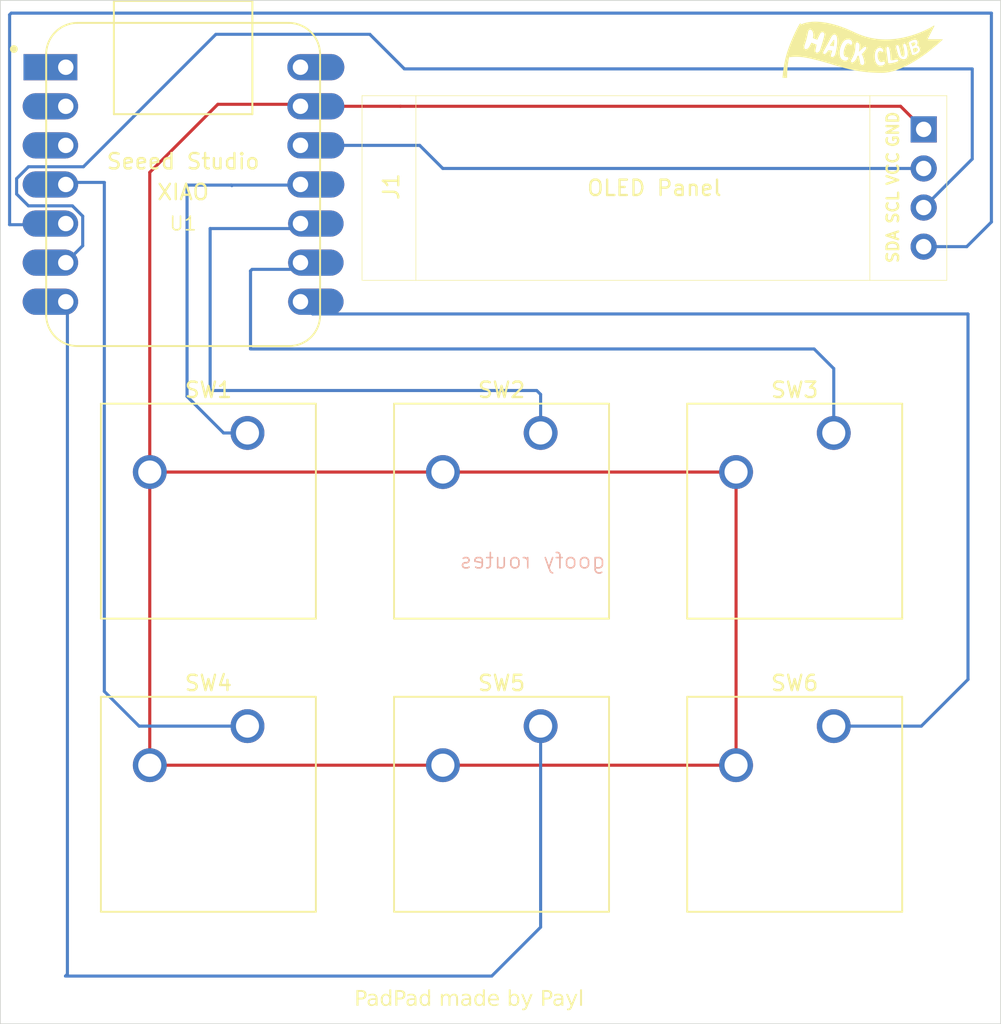
<source format=kicad_pcb>
(kicad_pcb (version 20240108) (generator "pcbnew") (generator_version "8.0")
  (layers (0 "F.Cu" signal) (31 "B.Cu" signal) (34 "B.Paste" user) (35 "F.Paste" user) (36 "B.SilkS" user "B.Silkscreen") (37 "F.SilkS" user "F.Silkscreen") (38 "B.Mask" user) (39 "F.Mask" user) (44 "Edge.Cuts" user))
  (net 0 "")
  (net 1 "Net-(J1-Pin_3)")
  (net 2 "GND")
  (net 3 "Net-(J1-Pin_4)")
  (net 4 "Net-(U1-PA6_A10_D10_MOSI)")
  (net 5 "Net-(U1-PA5_A9_D9_MISO)")
  (net 6 "Net-(U1-PA7_A8_D8_SCK)")
  (net 7 "Net-(U1-PA11_A3_D3)")
  (net 8 "Net-(U1-PB08_A6_D6_TX)")
  (net 9 "Net-(U1-PB09_A7_D7_RX)")
  (net 14 "Net-(J1-Pin_2)")
  (footprint "footprints:SSD1306-0.91-OLED-4pin-128x32" (layer "F.Cu") (at 42.92 24.69)
    (property "Reference" "J1")
    (property "Value" "OLED")
  )
  (footprint "Button_Switch_Keyboard:SW_Cherry_MX_1.00u_PCB" (layer "F.Cu") (at 35.4775 46.6075)
    (property "Reference" "SW1")
    (property "Value" "SW_Push")
  )
  (footprint "Button_Switch_Keyboard:SW_Cherry_MX_1.00u_PCB" (layer "F.Cu") (at 54.5275 46.6075)
    (property "Reference" "SW2")
    (property "Value" "SW_Push")
  )
  (footprint "Button_Switch_Keyboard:SW_Cherry_MX_1.00u_PCB" (layer "F.Cu") (at 35.4775 65.6575)
    (property "Reference" "SW4")
    (property "Value" "SW_Push")
  )
  (footprint "Button_Switch_Keyboard:SW_Cherry_MX_1.00u_PCB" (layer "F.Cu") (at 73.5775 46.6075)
    (property "Reference" "SW3")
    (property "Value" "SW_Push")
  )
  (footprint "footprints:XIAO-Generic-Hybrid-14P-2.54-21X17.8MM" (layer "F.Cu") (at 31.295 30.46)
    (property "Reference" "U1")
    (property "Value" "MOUDLE-SEEEDUINO-XIAO" (hide yes))
  )
  (footprint "Button_Switch_Keyboard:SW_Cherry_MX_1.00u_PCB" (layer "F.Cu") (at 73.5775 65.6575)
    (property "Reference" "SW6")
    (property "Value" "SW_Push")
  )
  (footprint "Button_Switch_Keyboard:SW_Cherry_MX_1.00u_PCB" (layer "F.Cu") (at 54.5275 65.6575)
    (property "Reference" "SW5")
    (property "Value" "SW_Push")
  )
  (gr_poly (pts (xy 71.42 20) (xy 71.423483 20.000222) (xy 71.427074 20.000603) (xy 71.430578 20.00118) (xy 71.433806 20.001981) (xy 71.436766 20.002996) (xy 71.439465 20.004215) (xy 71.441913 20.005626) (xy 71.444116 20.007221) (xy 71.446083 20.008989) (xy 71.447822 20.010919) (xy 71.44934 20.013002) (xy 71.450646 20.015227) (xy 71.451747 20.017585) (xy 71.452652 20.020064) (xy 71.453368 20.022656) (xy 71.453904 20.025349) (xy 71.454267 20.028134) (xy 71.454465 20.031) (xy 71.454506 20.033937) (xy 71.454399 20.036935) (xy 71.45415 20.039984) (xy 71.453769 20.043074) (xy 71.453262 20.046194) (xy 71.452639 20.049335) (xy 71.451073 20.055636) (xy 71.449134 20.061896) (xy 71.446886 20.068034) (xy 71.444392 20.073969) (xy 71.441717 20.079619) (xy 71.37145 20.228012) (xy 71.299871 20.385984) (xy 71.211121 20.589959) (xy 71.110545 20.832551) (xy 71.057492 20.966019) (xy 71.003487 21.106373) (xy 70.949198 21.252688) (xy 70.895293 21.40404) (xy 70.84244 21.559508) (xy 70.791308 21.718167) (xy 70.744551 21.878575) (xy 70.704077 22.039005) (xy 70.669436 22.19811) (xy 70.640178 22.35454) (xy 70.615851 22.506947) (xy 70.596004 22.653984) (xy 70.567949 22.926552) (xy 70.552406 23.161459) (xy 70.545769 23.347919) (xy 70.544787 23.532354) (xy 70.251134 23.532354) (xy 70.252777 23.464309) (xy 70.262105 23.33309) (xy 70.281209 23.147608) (xy 70.312183 22.916774) (xy 70.332776 22.787136) (xy 70.357121 22.649502) (xy 70.38548 22.504986) (xy 70.418115 22.354702) (xy 70.455287 22.199764) (xy 70.497258 22.041286) (xy 70.54429 21.880382) (xy 70.596645 21.718167) (xy 70.712552 21.397575) (xy 70.835615 21.091332) (xy 70.959467 20.807725) (xy 71.077737 20.555044) (xy 71.184057 20.341576) (xy 71.272058 20.17561) (xy 71.335371 20.065434) (xy 71.367628 20.019337) (xy 71.368588 20.01833) (xy 71.369783 20.017185) (xy 71.371449 20.015716) (xy 71.373585 20.013998) (xy 71.376187 20.012109) (xy 71.377661 20.011124) (xy 71.37925 20.010124) (xy 71.380954 20.00912) (xy 71.382772 20.00812) (xy 71.384705 20.007136) (xy 71.38675 20.006175) (xy 71.388909 20.005247) (xy 71.391181 20.004363) (xy 71.393564 20.003532) (xy 71.39606 20.002763) (xy 71.398667 20.002065) (xy 71.401385 20.001449) (xy 71.404213 20.000925) (xy 71.407152 20.0005) (xy 71.4102 20.000186) (xy 71.413358 19.999992) (xy 71.416625 19.999927)) (stroke (width -0.000001)) (fill solid) (layer "F.SilkS"))
  (gr_poly (pts (xy 73.582274 21.059376) (xy 73.583042 21.059446) (xy 73.583797 21.059559) (xy 73.589053 21.0617) (xy 73.593614 21.066024) (xy 73.597517 21.072385) (xy 73.600795 21.080635) (xy 73.603483 21.090625) (xy 73.605615 21.102208) (xy 73.608351 21.129563) (xy 73.60928 21.161519) (xy 73.608678 21.196894) (xy 73.606821 21.234507) (xy 73.603986 21.273177) (xy 73.596487 21.348959) (xy 73.588392 21.41479) (xy 73.579263 21.478797) (xy 73.315248 21.433722) (xy 73.570116 21.06297) (xy 73.571075 21.062418) (xy 73.57202 21.061914) (xy 73.57295 21.061456) (xy 73.573866 21.061044) (xy 73.574768 21.060677) (xy 73.575657 21.060356) (xy 73.576531 21.06008) (xy 73.577392 21.059848) (xy 73.578239 21.059661) (xy 73.579073 21.059518) (xy 73.579893 21.059418) (xy 73.5807 21.059361) (xy 73.581494 21.059347)) (stroke (width -0.000001)) (fill solid) (layer "F.SilkS"))
  (gr_poly (pts (xy 78.92051 21.580504) (xy 78.929069 21.580979) (xy 78.937497 21.58195) (xy 78.94577 21.583445) (xy 78.949841 21.584399) (xy 78.953864 21.585495) (xy 78.957836 21.586736) (xy 78.961754 21.588127) (xy 78.965615 21.58967) (xy 78.969416 21.591371) (xy 78.973155 21.593231) (xy 78.976827 21.595256) (xy 78.98043 21.597448) (xy 78.983962 21.599811) (xy 78.987419 21.602349) (xy 78.990797 21.605065) (xy 78.994095 21.607963) (xy 78.997309 21.611047) (xy 79.000435 21.61432) (xy 79.003472 21.617786) (xy 79.006415 21.621449) (xy 79.009263 21.625311) (xy 79.012012 21.629378) (xy 79.014658 21.633652) (xy 79.017199 21.638137) (xy 79.019633 21.642837) (xy 79.021955 21.647755) (xy 79.024163 21.652895) (xy 79.029323 21.667883) (xy 79.032388 21.68229) (xy 79.033485 21.696128) (xy 79.032739 21.709405) (xy 79.030279 21.722133) (xy 79.026231 21.734321) (xy 79.020722 21.745979) (xy 79.013879 21.757118) (xy 79.005829 21.767746) (xy 78.996699 21.777876) (xy 78.986616 21.787515) (xy 78.975706 21.796676) (xy 78.964097 21.805367) (xy 78.951916 21.813598) (xy 78.926344 21.828724) (xy 78.900006 21.842133) (xy 78.873918 21.853907) (xy 78.82655 21.872868) (xy 78.792365 21.886251) (xy 78.782755 21.891053) (xy 78.780265 21.893016) (xy 78.779487 21.894702) (xy 78.721545 21.652895) (xy 78.738806 21.641891) (xy 78.758369 21.630566) (xy 78.783431 21.617518) (xy 78.797606 21.610854) (xy 78.812652 21.604367) (xy 78.828402 21.59826) (xy 78.844689 21.592734) (xy 78.861344 21.587992) (xy 78.8782 21.584237) (xy 78.895089 21.581671) (xy 78.911844 21.580496)) (stroke (width -0.000001)) (fill solid) (layer "F.SilkS"))
  (gr_poly (pts (xy 72.493825 19.882925) (xy 72.72032 19.89723) (xy 72.969365 19.927797) (xy 73.102485 19.949932) (xy 73.24141 19.977037) (xy 73.386197 20.009414) (xy 73.536903 20.047362) (xy 73.693584 20.091185) (xy 73.856295 20.141183) (xy 74.025093 20.197658) (xy 74.200035 20.26091) (xy 74.381176 20.331242) (xy 74.568572 20.408954) (xy 74.76228 20.494349) (xy 74.962356 20.587727) (xy 75.181797 20.68592) (xy 75.400995 20.770479) (xy 75.61959 20.842043) (xy 75.837227 20.901249) (xy 76.053545 20.948737) (xy 76.268188 20.985145) (xy 76.480797 21.011111) (xy 76.691014 21.027274) (xy 76.89848 21.034271) (xy 77.102838 21.032742) (xy 77.30373 21.023325) (xy 77.500798 21.006659) (xy 77.693682 20.983381) (xy 77.882026 20.95413) (xy 78.065472 20.919545) (xy 78.24366 20.880264) (xy 78.582833 20.790168) (xy 78.896681 20.688949) (xy 79.182339 20.581715) (xy 79.436943 20.473573) (xy 79.657626 20.36963) (xy 79.841525 20.274995) (xy 80.087509 20.134073) (xy 80.088854 20.133347) (xy 80.090248 20.132796) (xy 80.091682 20.132413) (xy 80.093149 20.132191) (xy 80.094643 20.132122) (xy 80.096154 20.1322) (xy 80.097677 20.132417) (xy 80.099203 20.132767) (xy 80.100726 20.133243) (xy 80.102237 20.133836) (xy 80.103729 20.13454) (xy 80.105195 20.135349) (xy 80.106628 20.136255) (xy 80.108019 20.13725) (xy 80.109362 20.138328) (xy 80.11065 20.139482) (xy 80.111873 20.140704) (xy 80.113027 20.141988) (xy 80.114102 20.143326) (xy 80.115091 20.144711) (xy 80.115987 20.146137) (xy 80.116783 20.147596) (xy 80.117471 20.149081) (xy 80.118044 20.150584) (xy 80.118494 20.1521) (xy 80.118814 20.15362) (xy 80.118996 20.155138) (xy 80.119034 20.156646) (xy 80.118918 20.158138) (xy 80.118643 20.159606) (xy 80.118201 20.161044) (xy 80.117584 20.162443) (xy 79.691293 20.992237) (xy 79.690708 20.99347) (xy 79.690216 20.994714) (xy 79.689812 20.995966) (xy 79.689497 20.997222) (xy 79.689267 20.99848) (xy 79.689121 20.999736) (xy 79.689057 21.000988) (xy 79.689072 21.00223) (xy 79.689166 21.003462) (xy 79.689336 21.004678) (xy 79.689581 21.005877) (xy 79.689897 21.007054) (xy 79.690284 21.008206) (xy 79.690739 21.00933) (xy 79.691261 21.010424) (xy 79.691848 21.011482) (xy 79.692497 21.012503) (xy 79.693208 21.013483) (xy 79.693977 21.014419) (xy 79.694803 21.015308) (xy 79.695684 21.016145) (xy 79.696618 21.016929) (xy 79.697603 21.017655) (xy 79.698638 21.018321) (xy 79.69972 21.018922) (xy 79.700848 21.019457) (xy 79.702019 21.019921) (xy 79.703232 21.020312) (xy 79.704485 21.020626) (xy 79.705775 21.020859) (xy 79.707101 21.021009) (xy 79.708462 21.021073) (xy 80.052868 21.023922) (xy 80.326393 21.02391) (xy 80.638792 21.021305) (xy 80.640453 21.021343) (xy 80.642065 21.021496) (xy 80.643626 21.02176) (xy 80.645133 21.022129) (xy 80.646584 21.022598) (xy 80.647975 21.023162) (xy 80.649303 21.023815) (xy 80.650566 21.024553) (xy 80.651762 21.025369) (xy 80.652886 21.026259) (xy 80.653936 21.027218) (xy 80.65491 21.02824) (xy 80.655804 21.029319) (xy 80.656616 21.030452) (xy 80.657342 21.031631) (xy 80.657981 21.032853) (xy 80.658529 21.034111) (xy 80.658983 21.035401) (xy 80.65934 21.036718) (xy 80.659598 21.038055) (xy 80.659754 21.039408) (xy 80.659805 21.040772) (xy 80.659748 21.04214) (xy 80.65958 21.043509) (xy 80.659299 21.044872) (xy 80.658901 21.046225) (xy 80.658383 21.047562) (xy 80.657744 21.048877) (xy 80.656979 21.050166) (xy 80.656087 21.051424) (xy 80.655064 21.052644) (xy 80.653908 21.053823) (xy 80.466615 21.225191) (xy 80.140017 21.506288) (xy 79.69992 21.856251) (xy 79.445374 22.044288) (xy 79.172131 22.234217) (xy 78.883416 22.420931) (xy 78.582454 22.599323) (xy 78.272472 22.764283) (xy 77.956696 22.910705) (xy 77.63835 23.03348) (xy 77.479222 23.084404) (xy 77.320661 23.1275) (xy 77.163071 23.162132) (xy 77.006855 23.187659) (xy 76.852416 23.203443) (xy 76.700157 23.208846) (xy 76.383421 23.204213) (xy 76.08394 23.190806) (xy 75.8003 23.169364) (xy 75.531082 23.140628) (xy 75.274873 23.105337) (xy 75.030254 23.064229) (xy 74.79581 23.018046) (xy 74.570124 22.967526) (xy 74.351781 22.913408) (xy 74.139364 22.856433) (xy 73.726644 22.736868) (xy 73.320633 22.614746) (xy 72.910001 22.495983) (xy 72.756398 22.454539) (xy 74.695975 22.454539) (xy 74.696936 22.466522) (xy 74.699162 22.477679) (xy 74.702608 22.487948) (xy 74.707227 22.497271) (xy 74.712972 22.505587) (xy 74.719799 22.512838) (xy 74.727659 22.518962) (xy 74.736507 22.523901) (xy 74.746298 22.527594) (xy 74.756983 22.529982) (xy 74.768517 22.531005) (xy 74.780855 22.530602) (xy 74.793948 22.528715) (xy 74.807752 22.525283) (xy 74.822219 22.520247) (xy 74.837304 22.513546) (xy 74.85296 22.505121) (xy 74.869141 22.494913) (xy 74.8858 22.48286) (xy 74.902892 22.468904) (xy 74.92037 22.452985) (xy 74.938187 22.435043) (xy 74.956298 22.415017) (xy 74.974656 22.392849) (xy 74.993214 22.368479) (xy 75.011927 22.341845) (xy 75.021068 22.327958) (xy 75.030239 22.312003) (xy 75.039354 22.29439) (xy 75.048329 22.275528) (xy 75.057077 22.255824) (xy 75.065513 22.235689) (xy 75.081107 22.195759) (xy 75.094426 22.159008) (xy 75.104787 22.128708) (xy 75.113897 22.100542) (xy 75.201024 22.090737) (xy 75.241272 22.27617) (xy 75.272639 22.433926) (xy 75.285608 22.507471) (xy 75.294662 22.569235) (xy 75.297068 22.582034) (xy 75.300715 22.594431) (xy 75.305519 22.606371) (xy 75.311393 22.617801) (xy 75.318251 22.628669) (xy 75.326009 22.63892) (xy 75.33458 22.648502) (xy 75.343878 22.657361) (xy 75.353817 22.665444) (xy 75.364313 22.672698) (xy 75.375278 22.67907) (xy 75.386628 22.684506) (xy 75.398277 22.688953) (xy 75.410138 22.692357) (xy 75.422127 22.694667) (xy 75.434156 22.695827) (xy 75.446142 22.695785) (xy 75.457997 22.694488) (xy 75.469636 22.691883) (xy 75.480974 22.687916) (xy 75.491924 22.682534) (xy 75.502401 22.675683) (xy 75.512319 22.667311) (xy 75.521593 22.657364) (xy 75.530136 22.645789) (xy 75.537862 22.632532) (xy 75.544687 22.617541) (xy 75.550524 22.600762) (xy 75.555288 22.582142) (xy 75.558893 22.561628) (xy 75.561252 22.539166) (xy 75.562281 22.514703) (xy 75.557879 22.478226) (xy 75.551197 22.43866) (xy 75.542178 22.395991) (xy 75.530763 22.350203) (xy 75.516896 22.301283) (xy 75.500518 22.249215) (xy 75.481572 22.193985) (xy 75.46 22.135579) (xy 75.454117 22.11963) (xy 76.243791 22.11963) (xy 76.244255 22.167088) (xy 76.245885 22.20279) (xy 76.24837 22.23751) (xy 76.251705 22.271232) (xy 76.255884 22.303935) (xy 76.260899 22.335602) (xy 76.266745 22.366214) (xy 76.273416 22.395751) (xy 76.280905 22.424196) (xy 76.289206 22.45153) (xy 76.298314 22.477735) (xy 76.308221 22.502791) (xy 76.318922 22.52668) (xy 76.330409 22.549383) (xy 76.342679 22.570882) (xy 76.355722 22.591158) (xy 76.369535 22.610192) (xy 76.38411 22.627967) (xy 76.399441 22.644462) (xy 76.415523 22.659661) (xy 76.432348 22.673543) (xy 76.449911 22.68609) (xy 76.468205 22.697285) (xy 76.487224 22.707107) (xy 76.506962 22.715539) (xy 76.527413 22.722561) (xy 76.54857 22.728156) (xy 76.570428 22.732304) (xy 76.59298 22.734988) (xy 76.616219 22.736187) (xy 76.64014 22.735884) (xy 76.664737 22.734061) (xy 76.690003 22.730697) (xy 76.714624 22.726119) (xy 76.737338 22.720707) (xy 76.758213 22.714526) (xy 76.777319 22.707638) (xy 76.794723 22.700105) (xy 76.810496 22.691992) (xy 76.824705 22.683359) (xy 76.837421 22.674271) (xy 76.848711 22.664791) (xy 76.858645 22.65498) (xy 76.867292 22.644903) (xy 76.87472 22.634622) (xy 76.880999 22.624199) (xy 76.886197 22.613698) (xy 76.890384 22.603182) (xy 76.893629 22.592713) (xy 76.896 22.582354) (xy 76.897566 22.572168) (xy 76.898396 22.562219) (xy 76.898559 22.552568) (xy 76.898125 22.543279) (xy 76.897161 22.534415) (xy 76.895737 22.526038) (xy 76.893923 22.518212) (xy 76.891786 22.510999) (xy 76.889395 22.504462) (xy 76.886821 22.498664) (xy 76.884131 22.493668) (xy 76.881395 22.489537) (xy 76.878681 22.486333) (xy 76.876058 22.48412) (xy 76.873596 22.48296) (xy 76.869971 22.481792) (xy 76.866519 22.480326) (xy 76.859426 22.476987) (xy 76.855427 22.475358) (xy 76.850888 22.473918) (xy 76.845629 22.472788) (xy 76.839473 22.472092) (xy 76.832241 22.47195) (xy 76.823755 22.472485) (xy 76.813834 22.473818) (xy 76.802301 22.476071) (xy 76.788977 22.479366) (xy 76.773684 22.483824) (xy 76.756242 22.489568) (xy 76.736473 22.496719) (xy 76.726054 22.500397) (xy 76.715794 22.503534) (xy 76.705692 22.506125) (xy 76.695744 22.508164) (xy 76.685949 22.509646) (xy 76.676303 22.510565) (xy 76.666804 22.510915) (xy 76.657449 22.510691) (xy 76.648236 22.509887) (xy 76.639162 22.508497) (xy 76.630225 22.506516) (xy 76.621423 22.503938) (xy 76.612751 22.500758) (xy 76.604209 22.496969) (xy 76.595793 22.492566) (xy 76.587501 22.487544) (xy 76.579331 22.481897) (xy 76.571279 22.475618) (xy 76.563343 22.468704) (xy 76.555521 22.461147) (xy 76.54781 22.452942) (xy 76.540208 22.444084) (xy 76.532711 22.434567) (xy 76.525318 22.424385) (xy 76.518026 22.413532) (xy 76.510832 22.402004) (xy 76.496729 22.376896) (xy 76.482988 22.349016) (xy 76.46959 22.318319) (xy 76.461118 22.295353) (xy 76.453276 22.270132) (xy 76.446192 22.242962) (xy 76.439997 22.214147) (xy 76.434818 22.183994) (xy 76.430786 22.152809) (xy 76.428029 22.120897) (xy 76.426676 22.088563) (xy 76.426858 22.056114) (xy 76.428701 22.023855) (xy 76.432337 21.992091) (xy 76.437894 21.96113) (xy 76.445501 21.931275) (xy 76.455288 21.902833) (xy 76.461038 21.889237) (xy 76.467382 21.876109) (xy 76.474336 21.863487) (xy 76.481915 21.85141) (xy 76.48427 21.847997) (xy 76.486615 21.844739) (xy 76.48895 21.841629) (xy 76.491271 21.838665) (xy 76.493577 21.83584) (xy 76.495867 21.833152) (xy 76.500389 21.828164) (xy 76.504823 21.823666) (xy 76.509153 21.819622) (xy 76.513365 21.815996) (xy 76.517445 21.812752) (xy 76.521377 21.809854) (xy 76.525146 21.807266) (xy 76.528739 21.804954) (xy 76.532141 21.80288) (xy 76.543539 21.796258) (xy 76.548259 21.793555) (xy 76.552979 21.791191) (xy 76.557689 21.789151) (xy 76.562383 21.78742) (xy 76.567052 21.785983) (xy 76.571688 21.784825) (xy 76.576283 21.78393) (xy 76.580829 21.783284) (xy 76.585318 21.782872) (xy 76.589741 21.782677) (xy 76.594092 21.782687) (xy 76.598361 21.782884) (xy 76.602541 21.783254) (xy 76.606623 21.783783) (xy 76.6106 21.784454) (xy 76.614464 21.785253) (xy 76.618206 21.786164) (xy 76.621818 21.787173) (xy 76.628621 21.789423) (xy 76.63481 21.791882) (xy 76.640318 21.794429) (xy 76.645083 21.796943) (xy 76.649039 21.799304) (xy 76.652123 21.801389) (xy 76.654269 21.803079) (xy 76.667157 21.812024) (xy 76.679388 21.81975) (xy 76.690967 21.826298) (xy 76.7019 21.83171) (xy 76.712196 21.836029) (xy 76.721859 21.839295) (xy 76.730897 21.84155) (xy 76.739315 21.842836) (xy 76.747121 21.843196) (xy 76.754321 21.842669) (xy 76.760921 21.841299) (xy 76.766928 21.839127) (xy 76.772348 21.836195) (xy 76.777188 21.832544) (xy 76.781454 21.828216) (xy 76.785153 21.823253) (xy 76.788292 21.817696) (xy 76.790875 21.811588) (xy 76.792912 21.80497) (xy 76.794406 21.797883) (xy 76.795366 21.79037) (xy 76.795798 21.782471) (xy 76.795707 21.77423) (xy 76.795101 21.765687) (xy 76.793987 21.756885) (xy 76.79237 21.747864) (xy 76.790256 21.738667) (xy 76.787654 21.729335) (xy 76.784568 21.719911) (xy 76.781006 21.710435) (xy 76.776974 21.70095) (xy 76.772478 21.691497) (xy 76.761866 21.677092) (xy 76.751014 21.663527) (xy 76.741303 21.652391) (xy 76.997813 21.652391) (xy 76.998598 21.68097) (xy 77.000371 21.711595) (xy 77.006444 21.778027) (xy 77.01515 21.849775) (xy 77.025605 21.924924) (xy 77.048233 22.077764) (xy 77.05864 22.151627) (xy 77.067266 22.221232) (xy 77.087712 22.414331) (xy 77.09172 22.448519) (xy 77.096154 22.481446) (xy 77.10145 22.515297) (xy 77.108039 22.552259) (xy 77.111349 22.561314) (xy 77.117462 22.56891) (xy 77.12619 22.575123) (xy 77.137345 22.580028) (xy 77.150737 22.5837) (xy 77.16618 22.586214) (xy 77.183485 22.587646) (xy 77.202464 22.588072) (xy 77.244688 22.586204) (xy 77.291349 22.581213) (xy 77.340938 22.573701) (xy 77.391951 22.564271) (xy 77.492221 22.542069) (xy 77.580113 22.519427) (xy 77.643576 22.501166) (xy 77.670563 22.492107) (xy 77.673466 22.490681) (xy 77.677366 22.489201) (xy 77.687644 22.485727) (xy 77.693768 22.483556) (xy 77.700377 22.480979) (xy 77.707344 22.477907) (xy 77.714543 22.474252) (xy 77.721845 22.469925) (xy 77.725495 22.467483) (xy 77.729122 22.464839) (xy 77.732712 22.461984) (xy 77.736248 22.458905) (xy 77.739714 22.455593) (xy 77.743094 22.452035) (xy 77.746372 22.448221) (xy 77.749533 22.444141) (xy 77.75256 22.439782) (xy 77.755437 22.435134) (xy 77.758149 22.430186) (xy 77.760679 22.424926) (xy 77.763012 22.419345) (xy 77.765131 22.41343) (xy 77.767197 22.40757) (xy 77.768457 22.401921) (xy 77.768949 22.396486) (xy 77.768709 22.391267) (xy 77.767772 22.386266) (xy 77.766174 22.381486) (xy 77.763952 22.37693) (xy 77.761142 22.3726) (xy 77.75778 22.368498) (xy 77.753902 22.364628) (xy 77.749543 22.360992) (xy 77.744741 22.357592) (xy 77.739531 22.354431) (xy 77.733949 22.351511) (xy 77.721814 22.346405) (xy 77.708625 22.342296) (xy 77.69467 22.339203) (xy 77.680239 22.337146) (xy 77.665619 22.336147) (xy 77.6511 22.336224) (xy 77.63697 22.3374) (xy 77.623518 22.339693) (xy 77.611032 22.343124) (xy 77.579925 22.352377) (xy 77.537167 22.363151) (xy 77.487142 22.374012) (xy 77.460774 22.379028) (xy 77.434233 22.383529) (xy 77.408067 22.387335) (xy 77.382824 22.390267) (xy 77.359053 22.392146) (xy 77.3373 22.392793) (xy 77.318115 22.392029) (xy 77.309656 22.391062) (xy 77.302044 22.389675) (xy 77.295348 22.387845) (xy 77.289636 22.385551) (xy 77.284977 22.382769) (xy 77.28144 22.379478) (xy 77.276064 22.368158) (xy 77.271627 22.348967) (xy 77.267938 22.322737) (xy 77.264804 22.290303) (xy 77.254004 22.115193) (xy 77.246966 22.012085) (xy 77.236797 21.907498) (xy 77.230059 21.856735) (xy 77.221965 21.808102) (xy 77.212322 21.762434) (xy 77.20094 21.720565) (xy 77.198541 21.70645) (xy 77.19602 21.692895) (xy 77.193382 21.679891) (xy 77.190632 21.667432) (xy 77.187774 21.655508) (xy 77.184814 21.644114) (xy 77.181756 21.633241) (xy 77.178604 21.622881) (xy 77.175364 21.613027) (xy 77.17204 21.603671) (xy 77.168638 21.594805) (xy 77.165161 21.586422) (xy 77.161614 21.578515) (xy 77.158003 21.571074) (xy 77.154331 21.564094) (xy 77.150604 21.557565) (xy 77.146826 21.551481) (xy 77.143003 21.545833) (xy 77.139138 21.540615) (xy 77.135237 21.535818) (xy 77.131304 21.531435) (xy 77.127345 21.527458) (xy 77.123363 21.523879) (xy 77.119363 21.52069) (xy 77.115351 21.517885) (xy 77.11133 21.515456) (xy 77.107307 21.513393) (xy 77.103284 21.511691) (xy 77.099268 21.510342) (xy 77.095263 21.509337) (xy 77.091273 21.508669) (xy 77.087304 21.50833) (xy 77.082836 21.508335) (xy 77.078407 21.508741) (xy 77.074024 21.509539) (xy 77.069694 21.510715) (xy 77.065423 21.51226) (xy 77.061219 21.514163) (xy 77.057089 21.516411) (xy 77.053038 21.518994) (xy 77.049075 21.521901) (xy 77.045206 21.52512) (xy 77.037778 21.532451) (xy 77.030808 21.540899) (xy 77.024353 21.550373) (xy 77.018466 21.560783) (xy 77.013204 21.572042) (xy 77.00862 21.584059) (xy 77.00477 21.596745) (xy 77.00171 21.610011) (xy 76.999494 21.623767) (xy 76.998176 21.637923) (xy 76.997813 21.652391) (xy 76.741303 21.652391) (xy 76.739927 21.650813) (xy 76.728605 21.63896) (xy 76.717054 21.627979) (xy 76.705275 21.61788) (xy 76.693272 21.608676) (xy 76.681047 21.600376) (xy 76.668604 21.592991) (xy 76.655945 21.586532) (xy 76.643074 21.581009) (xy 76.629993 21.576434) (xy 76.616705 21.572817) (xy 76.603213 21.570169) (xy 76.58952 21.5685) (xy 76.57563 21.567823) (xy 76.564692 21.567987) (xy 76.553637 21.568763) (xy 76.542467 21.570154) (xy 76.531184 21.572167) (xy 76.519789 21.574806) (xy 76.508283 21.578075) (xy 76.496667 21.581981) (xy 76.484943 21.586528) (xy 76.473113 21.591721) (xy 76.461177 21.597564) (xy 76.449137 21.604064) (xy 76.436994 21.611225) (xy 76.42475 21.619052) (xy 76.412407 21.627549) (xy 76.399964 21.636723) (xy 76.387424 21.646577) (xy 76.370612 21.664585) (xy 76.354641 21.684475) (xy 76.339557 21.70626) (xy 76.325404 21.729951) (xy 76.312225 21.755559) (xy 76.300066 21.783096) (xy 76.288971 21.812574) (xy 76.278982 21.844004) (xy 76.270146 21.877397) (xy 76.262506 21.912764) (xy 76.256106 21.950119) (xy 76.25099 21.989471) (xy 76.247203 22.030832) (xy 76.244788 22.074215) (xy 76.243791 22.11963) (xy 75.454117 22.11963) (xy 75.453159 22.117032) (xy 75.445332 22.097701) (xy 75.435213 22.075089) (xy 75.429444 22.063354) (xy 75.423284 22.051763) (xy 75.416792 22.040635) (xy 75.41003 22.030291) (xy 75.403056 22.021053) (xy 75.39951 22.016949) (xy 75.395933 22.013242) (xy 75.392334 22.009972) (xy 75.38872 22.007179) (xy 75.385099 22.004902) (xy 75.381478 22.003184) (xy 75.424656 21.959002) (xy 75.469465 21.911487) (xy 75.521606 21.853879) (xy 75.57497 21.791318) (xy 75.600202 21.759788) (xy 75.623448 21.728947) (xy 75.643945 21.699439) (xy 75.660929 21.671906) (xy 75.673637 21.646992) (xy 75.678149 21.635717) (xy 75.681305 21.625338) (xy 75.685502 21.605041) (xy 75.687763 21.585862) (xy 75.68796 21.568128) (xy 75.687245 21.559905) (xy 75.685966 21.552167) (xy 75.684107 21.544954) (xy 75.681653 21.538307) (xy 75.678587 21.532268) (xy 75.674893 21.526877) (xy 75.670557 21.522175) (xy 75.66556 21.518203) (xy 75.659889 21.515002) (xy 75.653527 21.512614) (xy 75.646457 21.511078) (xy 75.638664 21.510437) (xy 75.630133 21.51073) (xy 75.620846 21.512) (xy 75.610789 21.514287) (xy 75.599945 21.517631) (xy 75.588298 21.522075) (xy 75.575833 21.527659) (xy 75.562533 21.534424) (xy 75.548383 21.54241) (xy 75.533366 21.55166) (xy 75.517467 21.562213) (xy 75.50067 21.574111) (xy 75.482959 21.587395) (xy 75.464317 21.602106) (xy 75.44473 21.618285) (xy 75.425215 21.634855) (xy 75.406779 21.650719) (xy 75.389391 21.665886) (xy 75.373021 21.680371) (xy 75.357639 21.694184) (xy 75.343215 21.707337) (xy 75.329719 21.719842) (xy 75.317121 21.731711) (xy 75.30539 21.742956) (xy 75.294497 21.753589) (xy 75.284412 21.763622) (xy 75.275104 21.773066) (xy 75.266543 21.781933) (xy 75.2587 21.790236) (xy 75.251543 21.797986) (xy 75.245044 21.805196) (xy 75.233897 21.818039) (xy 75.225017 21.828861) (xy 75.218163 21.837758) (xy 75.213095 21.844824) (xy 75.209573 21.850154) (xy 75.207355 21.853843) (xy 75.205869 21.856681) (xy 75.213741 21.818419) (xy 75.221703 21.775564) (xy 75.230679 21.721313) (xy 75.239417 21.658978) (xy 75.246665 21.591877) (xy 75.249338 21.557574) (xy 75.25117 21.523321) (xy 75.251697 21.501931) (xy 77.632868 21.501931) (xy 77.632932 21.51147) (xy 77.633666 21.521275) (xy 77.638966 21.560937) (xy 77.646602 21.602397) (xy 77.657128 21.648529) (xy 77.671098 21.702205) (xy 77.711585 21.843681) (xy 77.772495 22.049809) (xy 77.782453 22.078114) (xy 77.793417 22.104415) (xy 77.805307 22.128784) (xy 77.818044 22.151292) (xy 77.831547 22.172009) (xy 77.845736 22.191007) (xy 77.86053 22.208357) (xy 77.875851 22.224128) (xy 77.891618 22.238394) (xy 77.907751 22.251224) (xy 77.92417 22.262689) (xy 77.940796 22.27286) (xy 77.957547 22.281809) (xy 77.974343 22.289607) (xy 77.991106 22.296323) (xy 78.007755 22.30203) (xy 78.02421 22.306799) (xy 78.04039 22.310699) (xy 78.071609 22.316181) (xy 78.100771 22.319043) (xy 78.127236 22.319854) (xy 78.150363 22.319182) (xy 78.169514 22.317593) (xy 78.193322 22.31394) (xy 78.205406 22.310706) (xy 78.21689 22.306925) (xy 78.227795 22.30262) (xy 78.238138 22.297812) (xy 78.247939 22.292526) (xy 78.257217 22.286782) (xy 78.265992 22.280606) (xy 78.274282 22.274018) (xy 78.282106 22.267042) (xy 78.289483 22.2597) (xy 78.296433 22.252016) (xy 78.302975 22.244012) (xy 78.314909 22.227134) (xy 78.325439 22.209248) (xy 78.334718 22.190537) (xy 78.342898 22.171181) (xy 78.350132 22.151364) (xy 78.356573 22.131266) (xy 78.367685 22.090957) (xy 78.377458 22.051708) (xy 78.381534 22.029432) (xy 78.383862 22.00306) (xy 78.384564 21.973043) (xy 78.383757 21.939836) (xy 78.381563 21.903889) (xy 78.378101 21.865655) (xy 78.367852 21.784135) (xy 78.353968 21.698897) (xy 78.337409 21.613558) (xy 78.319133 21.531737) (xy 78.300098 21.457054) (xy 78.293403 21.439889) (xy 78.286237 21.423697) (xy 78.278648 21.408497) (xy 78.270683 21.394307) (xy 78.26239 21.381147) (xy 78.258135 21.37496) (xy 78.253815 21.369037) (xy 78.249438 21.363381) (xy 78.245007 21.357995) (xy 78.240531 21.35288) (xy 78.236013 21.34804) (xy 78.231461 21.343477) (xy 78.226881 21.339193) (xy 78.222277 21.33519) (xy 78.217657 21.331471) (xy 78.213025 21.328038) (xy 78.208389 21.324894) (xy 78.203753 21.32204) (xy 78.199125 21.319481) (xy 78.194509 21.317217) (xy 78.189912 21.315251) (xy 78.185339 21.313586) (xy 78.180797 21.312224) (xy 78.176291 21.311167) (xy 78.171828 21.310419) (xy 78.167413 21.30998) (xy 78.163053 21.309854) (xy 78.156391 21.310285) (xy 78.149898 21.311487) (xy 78.143595 21.313469) (xy 78.137505 21.31624) (xy 78.131649 21.31981) (xy 78.126051 21.324186) (xy 78.120732 21.329378) (xy 78.115714 21.335395) (xy 78.111021 21.342247) (xy 78.106673 21.349941) (xy 78.102694 21.358486) (xy 78.099106 21.367893) (xy 78.09593 21.378169) (xy 78.09319 21.389324) (xy 78.090907 21.401366) (xy 78.089103 21.414305) (xy 78.089169 21.423605) (xy 78.089806 21.433327) (xy 78.090971 21.443477) (xy 78.09262 21.454056) (xy 78.0972 21.476522) (xy 78.103201 21.500755) (xy 78.118079 21.554642) (xy 78.126265 21.584357) (xy 78.134488 21.615959) (xy 78.146027 21.685667) (xy 78.156988 21.75745) (xy 78.166312 21.829197) (xy 78.170029 21.864398) (xy 78.17294 21.898799) (xy 78.174911 21.932135) (xy 78.175812 21.964143) (xy 78.175509 21.994559) (xy 78.173871 22.023119) (xy 78.170764 22.04956) (xy 78.166056 22.073617) (xy 78.159615 22.095027) (xy 78.155703 22.104657) (xy 78.151309 22.113526) (xy 78.147243 22.118924) (xy 78.142918 22.123906) (xy 78.138352 22.128475) (xy 78.13356 22.132635) (xy 78.128561 22.136389) (xy 78.123372 22.13974) (xy 78.118008 22.142692) (xy 78.112488 22.145248) (xy 78.106828 22.147411) (xy 78.101045 22.149184) (xy 78.095156 22.150572) (xy 78.089179 22.151577) (xy 78.083129 22.152202) (xy 78.077025 22.152451) (xy 78.070883 22.152327) (xy 78.06472 22.151834) (xy 78.058553 22.150974) (xy 78.052399 22.149752) (xy 78.046275 22.14817) (xy 78.040198 22.146232) (xy 78.034186 22.143941) (xy 78.028254 22.1413) (xy 78.022421 22.138313) (xy 78.016702 22.134983) (xy 78.011116 22.131313) (xy 78.005678 22.127307) (xy 78.000407 22.122968) (xy 77.995318 22.1183) (xy 77.990429 22.113305) (xy 77.985758 22.107987) (xy 77.98132 22.102349) (xy 77.977134 22.096395) (xy 77.962603 22.063735) (xy 77.948584 22.02663) (xy 77.935055 21.985838) (xy 77.921993 21.942116) (xy 77.897185 21.848906) (xy 77.873986 21.753056) (xy 77.85222 21.66062) (xy 77.831712 21.577653) (xy 77.821876 21.541612) (xy 77.812288 21.510208) (xy 77.802928 21.484199) (xy 77.793772 21.46434) (xy 77.787683 21.454197) (xy 77.781364 21.445074) (xy 77.774844 21.436947) (xy 77.768155 21.42979) (xy 77.761326 21.423578) (xy 77.754387 21.418286) (xy 77.747367 21.41389) (xy 77.740298 21.410362) (xy 77.733209 21.40768) (xy 77.72613 21.405817) (xy 77.719091 21.404748) (xy 77.712121 21.404449) (xy 77.705253 21.404893) (xy 77.698514 21.406057) (xy 77.691935 21.407914) (xy 77.685546 21.41044) (xy 77.679378 21.413609) (xy 77.673459 21.417397) (xy 77.667821 21.421778) (xy 77.662492 21.426727) (xy 77.657504 21.432219) (xy 77.652886 21.438229) (xy 77.648668 21.444731) (xy 77.644881 21.451701) (xy 77.641553 21.459113) (xy 77.638716 21.466943) (xy 77.636399 21.475165) (xy 77.634632 21.483753) (xy 77.633445 21.492684) (xy 77.632868 21.501931) (xy 75.251697 21.501931) (xy 75.252002 21.489535) (xy 75.25168 21.456628) (xy 75.252571 21.444942) (xy 75.252865 21.433409) (xy 75.252582 21.422042) (xy 75.251746 21.410856) (xy 75.250378 21.399866) (xy 75.2485 21.389086) (xy 75.246136 21.378531) (xy 75.243306 21.368216) (xy 75.240033 21.358155) (xy 75.236341 21.348362) (xy 75.232249 21.338853) (xy 75.227782 21.329642) (xy 75.222961 21.320743) (xy 75.217809 21.312172) (xy 75.212347 21.303942) (xy 75.206597 21.296069) (xy 75.200584 21.288566) (xy 75.194327 21.28145) (xy 75.18785 21.274733) (xy 75.184136 21.271227) (xy 78.446401 21.271227) (xy 78.446486 21.275286) (xy 78.447144 21.28327) (xy 78.448282 21.291092) (xy 78.449691 21.29877) (xy 78.452492 21.313768) (xy 78.554142 21.646487) (xy 78.624567 21.886771) (xy 78.648159 21.974173) (xy 78.654985 22.003287) (xy 78.657712 22.020237) (xy 78.658304 22.022779) (xy 78.659358 22.025159) (xy 78.660859 22.027379) (xy 78.66279 22.029438) (xy 78.665136 22.031339) (xy 78.667881 22.033082) (xy 78.674504 22.036097) (xy 78.682533 22.03849) (xy 78.69184 22.040268) (xy 78.702299 22.04144) (xy 78.713782 22.04201) (xy 78.726163 22.041988) (xy 78.739316 22.041379) (xy 78.753112 22.040192) (xy 78.767425 22.038432) (xy 78.782129 22.036108) (xy 78.797097 22.033226) (xy 78.8122 22.029794) (xy 78.827314 22.025818) (xy 78.870764 22.010372) (xy 78.911573 21.993842) (xy 78.949686 21.976286) (xy 78.967713 21.967142) (xy 78.985046 21.957764) (xy 79.001677 21.94816) (xy 79.017598 21.938337) (xy 79.032804 21.928302) (xy 79.047288 21.918063) (xy 79.061041 21.907628) (xy 79.074058 21.897004) (xy 79.086332 21.886198) (xy 79.097855 21.875218) (xy 79.10862 21.864072) (xy 79.118622 21.852766) (xy 79.127852 21.841308) (xy 79.136303 21.829707) (xy 79.14397 21.817969) (xy 79.150845 21.806101) (xy 79.15692 21.794112) (xy 79.16219 21.782008) (xy 79.166647 21.769798) (xy 79.170284 21.757488) (xy 79.173094 21.745087) (xy 79.175071 21.732601) (xy 79.176207 21.720038) (xy 79.176495 21.707406) (xy 79.175929 21.694711) (xy 79.174502 21.681963) (xy 79.170126 21.656809) (xy 79.164468 21.632498) (xy 79.161171 21.620688) (xy 79.157569 21.609122) (xy 79.153667 21.597812) (xy 79.149471 21.586769) (xy 79.144985 21.576004) (xy 79.140216 21.56553) (xy 79.135167 21.555356) (xy 79.129846 21.545494) (xy 79.124255 21.535956) (xy 79.118402 21.526752) (xy 79.112291 21.517895) (xy 79.105927 21.509394) (xy 79.099316 21.501262) (xy 79.092462 21.493509) (xy 79.085372 21.486147) (xy 79.07805 21.479188) (xy 79.070501 21.472641) (xy 79.062731 21.466519) (xy 79.054745 21.460833) (xy 79.046548 21.455594) (xy 79.038145 21.450814) (xy 79.029543 21.446503) (xy 79.020745 21.442672) (xy 79.011757 21.439334) (xy 79.002584 21.436499) (xy 78.993232 21.434178) (xy 78.983706 21.432383) (xy 78.974011 21.431125) (xy 78.979204 21.42021) (xy 78.984924 21.407413) (xy 78.99204 21.390477) (xy 79.000036 21.369967) (xy 79.008399 21.346448) (xy 79.016612 21.320486) (xy 79.020503 21.306765) (xy 79.024163 21.292645) (xy 79.025527 21.284385) (xy 79.026574 21.276056) (xy 79.02731 21.267673) (xy 79.02774 21.25925) (xy 79.027871 21.250802) (xy 79.027709 21.242344) (xy 79.027261 21.233889) (xy 79.026533 21.225453) (xy 79.02426 21.208692) (xy 79.020939 21.192178) (xy 79.016622 21.176026) (xy 79.011358 21.160352) (xy 79.005196 21.145271) (xy 78.998186 21.130899) (xy 78.990377 21.117351) (xy 78.98619 21.110923) (xy 78.981821 21.104744) (xy 78.977277 21.098829) (xy 78.972566 21.093193) (xy 78.967692 21.08785) (xy 78.962662 21.082813) (xy 78.957482 21.078099) (xy 78.952158 21.073721) (xy 78.946697 21.069694) (xy 78.941105 21.066032) (xy 78.936254 21.064341) (xy 78.931359 21.062759) (xy 78.926422 21.061284) (xy 78.921441 21.059918) (xy 78.916417 21.058659) (xy 78.911348 21.057507) (xy 78.901077 21.055527) (xy 78.890626 21.053975) (xy 78.879992 21.052852) (xy 78.869172 21.052155) (xy 78.858165 21.051885) (xy 78.841295 21.052278) (xy 78.823986 21.053627) (xy 78.806229 21.055931) (xy 78.788013 21.059186) (xy 78.769331 21.063391) (xy 78.750172 21.068543) (xy 78.730527 21.074639) (xy 78.710387 21.081678) (xy 78.689743 21.089656) (xy 78.668584 21.098571) (xy 78.646903 21.108421) (xy 78.624688 21.119203) (xy 78.601932 21.130915) (xy 78.578624 21.143555) (xy 78.554756 21.157119) (xy 78.530317 21.171606) (xy 78.520793 21.177132) (xy 78.511986 21.182565) (xy 78.503871 21.187907) (xy 78.496421 21.193162) (xy 78.48961 21.198331) (xy 78.483413 21.203417) (xy 78.477803 21.208421) (xy 78.472755 21.213346) (xy 78.468242 21.218195) (xy 78.464239 21.22297) (xy 78.460719 21.227672) (xy 78.457657 21.232305) (xy 78.455027 21.23687) (xy 78.452802 21.241369) (xy 78.450956 21.245806) (xy 78.449465 21.250182) (xy 78.448301 21.254499) (xy 78.447438 21.25876) (xy 78.446851 21.262967) (xy 78.446515 21.267122) (xy 78.446401 21.271227) (xy 75.184136 21.271227) (xy 75.181175 21.268431) (xy 75.174323 21.262559) (xy 75.167319 21.25713) (xy 75.160182 21.252161) (xy 75.152936 21.247664) (xy 75.145604 21.243655) (xy 75.138206 21.240149) (xy 75.130766 21.237159) (xy 75.123306 21.234702) (xy 75.115847 21.23279) (xy 75.108412 21.231439) (xy 75.101024 21.230664) (xy 75.093705 21.230479) (xy 75.087129 21.230835) (xy 75.080645 21.231703) (xy 75.07427 21.233092) (xy 75.06802 21.235015) (xy 75.061912 21.237481) (xy 75.055962 21.240502) (xy 75.053052 21.242224) (xy 75.050188 21.244088) (xy 75.047372 21.246097) (xy 75.044606 21.248251) (xy 75.041892 21.250553) (xy 75.039232 21.253002) (xy 75.036629 21.255601) (xy 75.034084 21.25835) (xy 75.0316 21.261252) (xy 75.029179 21.264308) (xy 75.024532 21.270886) (xy 75.02016 21.278094) (xy 75.016081 21.285945) (xy 75.01231 21.294448) (xy 75.008865 21.303614) (xy 74.998359 21.340786) (xy 74.990698 21.378434) (xy 74.985314 21.41679) (xy 74.981636 21.456084) (xy 74.972627 21.627246) (xy 74.968955 21.674686) (xy 74.963577 21.724446) (xy 74.955925 21.776758) (xy 74.94543 21.831852) (xy 74.931523 21.889957) (xy 74.913635 21.951305) (xy 74.891198 22.016127) (xy 74.863641 22.084652) (xy 74.855794 22.102703) (xy 74.846838 22.122224) (xy 74.826418 22.164382) (xy 74.804014 22.208535) (xy 74.78126 22.252096) (xy 74.719387 22.368627) (xy 74.71178 22.384315) (xy 74.705717 22.399535) (xy 74.701152 22.414227) (xy 74.698037 22.428332) (xy 74.696327 22.441789) (xy 74.695975 22.454539) (xy 72.756398 22.454539) (xy 72.524878 22.392073) (xy 72.184642 22.307131) (xy 72.028755 22.271816) (xy 71.880968 22.241294) (xy 71.740239 22.215582) (xy 71.605528 22.194698) (xy 71.475794 22.178659) (xy 71.349997 22.167482) (xy 71.227096 22.161184) (xy 71.106049 22.159782) (xy 70.985817 22.163294) (xy 70.865358 22.171736) (xy 70.743632 22.185126) (xy 70.619598 22.203481) (xy 70.618252 22.203661) (xy 70.616921 22.20375) (xy 70.615608 22.203752) (xy 70.614316 22.20367) (xy 70.613047 22.203507) (xy 70.611804 22.203264) (xy 70.61059 22.202946) (xy 70.609406 22.202555) (xy 70.608256 22.202093) (xy 70.607143 22.201563) (xy 70.606068 22.200969) (xy 70.605034 22.200312) (xy 70.604044 22.199596) (xy 70.603101 22.198823) (xy 70.602206 22.197997) (xy 70.601363 22.19712) (xy 70.600574 22.196194) (xy 70.599842 22.195223) (xy 70.599168 22.194209) (xy 70.598557 22.193155) (xy 70.59801 22.192065) (xy 70.597529 22.190939) (xy 70.597118 22.189782) (xy 70.596779 22.188597) (xy 70.596515 22.187385) (xy 70.596327 22.18615) (xy 70.596219 22.184894) (xy 70.596194 22.183621) (xy 70.596253 22.182332) (xy 70.596399 22.181032) (xy 70.596635 22.179722) (xy 70.596964 22.178405) (xy 70.779402 21.537746) (xy 71.659831 21.537746) (xy 71.660917 21.562732) (xy 71.664236 21.584825) (xy 71.66963 21.604112) (xy 71.67694 21.620681) (xy 71.686007 21.634622) (xy 71.696672 21.646021) (xy 71.708777 21.654967) (xy 71.722163 21.661547) (xy 71.736671 21.665851) (xy 71.752143 21.667965) (xy 71.76842 21.667978) (xy 71.785343 21.665979) (xy 71.802753 21.662054) (xy 71.820492 21.656292) (xy 71.838401 21.648782) (xy 71.856321 21.63961) (xy 71.874093 21.628866) (xy 71.89156 21.616637) (xy 71.908561 21.603012) (xy 71.924939 21.588077) (xy 71.940534 21.571922) (xy 71.955189 21.554635) (xy 71.968743 21.536303) (xy 71.981039 21.517015) (xy 71.991918 21.496858) (xy 72.039178 21.406311) (xy 72.080784 21.32519) (xy 72.121677 21.244354) (xy 72.460378 21.374191) (xy 72.443257 21.467261) (xy 72.425605 21.558163) (xy 72.405226 21.656034) (xy 72.396452 21.685983) (xy 72.390001 21.713791) (xy 72.385756 21.739487) (xy 72.3836 21.763101) (xy 72.383416 21.784666) (xy 72.385085 21.804209) (xy 72.388492 21.821763) (xy 72.393517 21.837358) (xy 72.400045 21.851023) (xy 72.407957 21.86279) (xy 72.417136 21.872688) (xy 72.427466 21.880748) (xy 72.438827 21.887001) (xy 72.451104 21.891476) (xy 72.464179 21.894205) (xy 72.477934 21.895217) (xy 72.492252 21.894543) (xy 72.507016 21.892214) (xy 72.509842 21.891473) (xy 72.890309 21.891473) (xy 72.890372 21.905596) (xy 72.891827 21.918951) (xy 72.894624 21.931433) (xy 72.898712 21.942935) (xy 72.90404 21.953354) (xy 72.910558 21.962584) (xy 72.918215 21.970519) (xy 72.926959 21.977055) (xy 72.936742 21.982086) (xy 72.947511 21.985507) (xy 72.959216 21.987213) (xy 72.971806 21.987098) (xy 72.985231 21.985058) (xy 72.999439 21.980988) (xy 73.014381 21.974781) (xy 73.030005 21.966333) (xy 73.046261 21.955539) (xy 73.063097 21.942294) (xy 73.080464 21.926491) (xy 73.098311 21.908027) (xy 73.116586 21.886795) (xy 73.135239 21.862691) (xy 73.15422 21.83561) (xy 73.173477 21.805446) (xy 73.19296 21.772093) (xy 73.212618 21.735448) (xy 73.480431 21.765368) (xy 73.456177 21.83781) (xy 73.431759 21.913979) (xy 73.404389 22.003997) (xy 73.397847 22.022788) (xy 73.39291 22.040574) (xy 73.389507 22.057345) (xy 73.387572 22.07309) (xy 73.387035 22.087798) (xy 73.387828 22.10146) (xy 73.389882 22.114066) (xy 73.39313 22.125604) (xy 73.397501 22.136064) (xy 73.402928 22.145436) (xy 73.409342 22.153709) (xy 73.416674 22.160874) (xy 73.424856 22.16692) (xy 73.43382 22.171836) (xy 73.443497 22.175612) (xy 73.453817 22.178237) (xy 73.464714 22.179702) (xy 73.476117 22.179995) (xy 73.487959 22.179107) (xy 73.500171 22.177027) (xy 73.512685 22.173745) (xy 73.525431 22.169249) (xy 73.538342 22.163531) (xy 73.551348 22.156579) (xy 73.564381 22.148384) (xy 73.577373 22.138934) (xy 73.590255 22.128219) (xy 73.602958 22.116229) (xy 73.615415 22.102954) (xy 73.627555 22.088383) (xy 73.639311 22.072506) (xy 73.650615 22.055312) (xy 73.658793 22.037891) (xy 73.670033 22.005571) (xy 73.698021 21.905831) (xy 73.961732 21.905831) (xy 73.962591 21.948075) (xy 73.96522 21.991606) (xy 73.96994 22.035821) (xy 73.977072 22.080117) (xy 73.986934 22.123893) (xy 73.999849 22.166546) (xy 74.016135 22.207473) (xy 74.024707 22.226099) (xy 74.033957 22.243565) (xy 74.04383 22.25991) (xy 74.054273 22.275173) (xy 74.065231 22.289391) (xy 74.076649 22.302604) (xy 74.088474 22.314849) (xy 74.100651 22.326164) (xy 74.113127 22.336588) (xy 74.125846 22.346159) (xy 74.138754 22.354915) (xy 74.151798 22.362895) (xy 74.164924 22.370136) (xy 74.178076 22.376678) (xy 74.191201 22.382557) (xy 74.204244 22.387813) (xy 74.229869 22.396607) (xy 74.254516 22.403366) (xy 74.277753 22.408396) (xy 74.299145 22.412002) (xy 74.334659 22.416168) (xy 74.357587 22.418313) (xy 74.379269 22.411261) (xy 74.39912 22.403736) (xy 74.417207 22.395784) (xy 74.433597 22.387449) (xy 74.448356 22.378776) (xy 74.461552 22.369809) (xy 74.473252 22.360594) (xy 74.483521 22.351173) (xy 74.492428 22.341594) (xy 74.500039 22.331899) (xy 74.506421 22.322134) (xy 74.511641 22.312342) (xy 74.515765 22.30257) (xy 74.518861 22.292861) (xy 74.520996 22.283261) (xy 74.522235 22.273813) (xy 74.522648 22.264562) (xy 74.522299 22.255554) (xy 74.521256 22.246832) (xy 74.519586 22.238441) (xy 74.517356 22.230426) (xy 74.514633 22.222832) (xy 74.511483 22.215703) (xy 74.507974 22.209084) (xy 74.504172 22.203019) (xy 74.500145 22.197553) (xy 74.495958 22.192731) (xy 74.491679 22.188598) (xy 74.487376 22.185197) (xy 74.483114 22.182574) (xy 74.478961 22.180773) (xy 74.474983 22.179839) (xy 74.454472 22.179233) (xy 74.432587 22.178902) (xy 74.409707 22.178062) (xy 74.398013 22.177207) (xy 74.386212 22.175931) (xy 74.374353 22.174137) (xy 74.362482 22.171726) (xy 74.350648 22.168601) (xy 74.338896 22.164663) (xy 74.327276 22.159816) (xy 74.32153 22.15702) (xy 74.315835 22.15396) (xy 74.310196 22.150624) (xy 74.304619 22.146999) (xy 74.29911 22.143073) (xy 74.293676 22.138834) (xy 74.284862 22.131114) (xy 74.276702 22.122723) (xy 74.269174 22.113702) (xy 74.262259 22.104089) (xy 74.255936 22.093923) (xy 74.250184 22.083244) (xy 74.244985 22.072089) (xy 74.240316 22.0605) (xy 74.232491 22.03617) (xy 74.226546 22.010566) (xy 74.222318 21.984) (xy 74.219645 21.956786) (xy 74.218364 21.929236) (xy 74.218312 21.901661) (xy 74.219326 21.874374) (xy 74.221243 21.847688) (xy 74.223901 21.821915) (xy 74.227136 21.797368) (xy 74.234688 21.753199) (xy 74.256222 21.678366) (xy 74.269116 21.636979) (xy 74.283438 21.594163) (xy 74.299196 21.550833) (xy 74.316398 21.507904) (xy 74.335051 21.46629) (xy 74.355164 21.426906) (xy 74.36577 21.408336) (xy 74.376744 21.390666) (xy 74.388087 21.37401) (xy 74.3998 21.358484) (xy 74.411883 21.3442) (xy 74.424338 21.331275) (xy 74.437166 21.319821) (xy 74.450368 21.309953) (xy 74.463944 21.301786) (xy 74.477896 21.295434) (xy 74.492224 21.291011) (xy 74.50693 21.288631) (xy 74.522015 21.288408) (xy 74.537479 21.290458) (xy 74.553324 21.294894) (xy 74.569551 21.301831) (xy 74.579311 21.313853) (xy 74.588882 21.324764) (xy 74.598261 21.334602) (xy 74.607444 21.343403) (xy 74.616425 21.351205) (xy 74.625201 21.358044) (xy 74.633767 21.363959) (xy 74.642119 21.368986) (xy 74.650252 21.373163) (xy 74.658163 21.376527) (xy 74.665847 21.379114) (xy 74.6733 21.380963) (xy 74.680516 21.382111) (xy 74.687493 21.382595) (xy 74.694225 21.382451) (xy 74.700709 21.381718) (xy 74.706939 21.380432) (xy 74.712913 21.378631) (xy 74.718624 21.376352) (xy 74.72407 21.373632) (xy 74.729245 21.370509) (xy 74.734146 21.367019) (xy 74.738768 21.3632) (xy 74.743106 21.359089) (xy 74.747157 21.354724) (xy 74.750916 21.350141) (xy 74.754379 21.345378) (xy 74.757541 21.340472) (xy 74.760398 21.33546) (xy 74.762946 21.33038) (xy 74.76518 21.325269) (xy 74.767097 21.320163) (xy 74.769889 21.311199) (xy 74.772117 21.301654) (xy 74.773767 21.291585) (xy 74.774831 21.28105) (xy 74.775296 21.270107) (xy 74.775151 21.258814) (xy 74.774385 21.247229) (xy 74.772988 21.235409) (xy 74.770948 21.223414) (xy 74.768254 21.211301) (xy 74.764895 21.199127) (xy 74.760859 21.186951) (xy 74.756136 21.17483) (xy 74.750715 21.162823) (xy 74.744585 21.150988) (xy 74.737734 21.139381) (xy 74.730151 21.128062) (xy 74.721825 21.117089) (xy 74.712746 21.106519) (xy 74.702902 21.096409) (xy 74.692281 21.086819) (xy 74.680874 21.077806) (xy 74.668668 21.069428) (xy 74.655653 21.061743) (xy 74.641817 21.054808) (xy 74.627151 21.048683) (xy 74.611641 21.043424) (xy 74.595278 21.039089) (xy 74.57805 21.035738) (xy 74.559946 21.033427) (xy 74.540955 21.032214) (xy 74.521066 21.032158) (xy 74.521065 21.032157) (xy 74.515609 21.032346) (xy 74.51009 21.032623) (xy 74.504506 21.03299) (xy 74.498858 21.033447) (xy 74.493144 21.033995) (xy 74.487364 21.034634) (xy 74.481517 21.035365) (xy 74.475603 21.036188) (xy 74.441841 21.038277) (xy 74.409467 21.043888) (xy 74.37846 21.052787) (xy 74.3488 21.064739) (xy 74.320466 21.079507) (xy 74.293437 21.096857) (xy 74.267692 21.116553) (xy 74.243211 21.138359) (xy 74.219973 21.162042) (xy 74.197957 21.187364) (xy 74.177142 21.21409) (xy 74.157508 21.241986) (xy 74.139034 21.270816) (xy 74.121699 21.300344) (xy 74.090363 21.360553) (xy 74.063336 21.420732) (xy 74.04045 21.478996) (xy 74.021541 21.533464) (xy 74.006441 21.582251) (xy 73.987009 21.655251) (xy 73.980827 21.682932) (xy 73.972785 21.734994) (xy 73.966575 21.792842) (xy 73.962323 21.865475) (xy 73.961732 21.905831) (xy 73.698021 21.905831) (xy 73.698997 21.90235) (xy 73.732101 21.75788) (xy 73.763938 21.584394) (xy 73.777691 21.490592) (xy 73.789101 21.394123) (xy 73.797491 21.296516) (xy 73.802185 21.199299) (xy 73.802508 21.104003) (xy 73.797784 21.012155) (xy 73.787337 20.925284) (xy 73.770491 20.844921) (xy 73.764186 20.833276) (xy 73.757675 20.821666) (xy 73.750989 20.810186) (xy 73.74416 20.79893) (xy 73.73722 20.787992) (xy 73.730199 20.777468) (xy 73.723131 20.767451) (xy 73.716045 20.758035) (xy 73.708975 20.749316) (xy 73.701951 20.741387) (xy 73.695005 20.734343) (xy 73.691571 20.731183) (xy 73.688169 20.728279) (xy 73.684802 20.725644) (xy 73.681474 20.723289) (xy 73.678189 20.721225) (xy 73.674952 20.719466) (xy 73.671765 20.718023) (xy 73.668634 20.716907) (xy 73.665562 20.71613) (xy 73.662552 20.715704) (xy 73.659087 20.715359) (xy 73.655589 20.715064) (xy 73.652055 20.714827) (xy 73.648483 20.714658) (xy 73.634785 20.714627) (xy 73.620658 20.715616) (xy 73.60615 20.717751) (xy 73.591306 20.721163) (xy 73.576172 20.725978) (xy 73.560795 20.732325) (xy 73.54522 20.740332) (xy 73.529493 20.750128) (xy 73.513662 20.76184) (xy 73.505721 20.768455) (xy 73.497771 20.775596) (xy 73.489818 20.783281) (xy 73.481868 20.791526) (xy 73.473926 20.800345) (xy 73.465997 20.809756) (xy 73.458089 20.819774) (xy 73.450206 20.830415) (xy 73.442355 20.841696) (xy 73.434541 20.853632) (xy 73.426769 20.86624) (xy 73.419046 20.879534) (xy 73.403769 20.90825) (xy 73.295699 21.114293) (xy 73.1629 21.360429) (xy 73.030098 21.602535) (xy 72.922016 21.796491) (xy 72.912659 21.813015) (xy 72.904998 21.829401) (xy 72.898984 21.845546) (xy 72.894564 21.861343) (xy 72.89169 21.876687) (xy 72.890309 21.891473) (xy 72.509842 21.891473) (xy 72.522108 21.888259) (xy 72.537411 21.88271) (xy 72.552808 21.875595) (xy 72.568181 21.866947) (xy 72.583412 21.856795) (xy 72.598385 21.84517) (xy 72.612983 21.832102) (xy 72.627087 21.817621) (xy 72.640581 21.801759) (xy 72.653346 21.784544) (xy 72.665266 21.766008) (xy 72.676224 21.746181) (xy 72.686102 21.725093) (xy 72.694782 21.702776) (xy 72.823285 21.295521) (xy 72.864557 21.156961) (xy 72.903191 21.018859) (xy 72.936041 20.888793) (xy 72.959959 20.774344) (xy 72.96595 20.757746) (xy 72.97011 20.741318) (xy 72.972522 20.725139) (xy 72.973274 20.70929) (xy 72.97245 20.693848) (xy 72.970135 20.678895) (xy 72.966415 20.664508) (xy 72.961375 20.650769) (xy 72.9551 20.637755) (xy 72.947676 20.625547) (xy 72.939188 20.614224) (xy 72.92972 20.603866) (xy 72.91936 20.594551) (xy 72.908191 20.58636) (xy 72.896299 20.579371) (xy 72.88377 20.573665) (xy 72.870688 20.56932) (xy 72.857139 20.566416) (xy 72.843208 20.565032) (xy 72.828981 20.565249) (xy 72.814543 20.567145) (xy 72.799979 20.5708) (xy 72.785374 20.576292) (xy 72.770814 20.583703) (xy 72.756384 20.593111) (xy 72.742169 20.604595) (xy 72.728255 20.618235) (xy 72.714727 20.634111) (xy 72.70167 20.652301) (xy 72.689169 20.672886) (xy 72.677311 20.695945) (xy 72.666179 20.721556) (xy 72.654283 20.742759) (xy 72.641692 20.766387) (xy 72.615237 20.818822) (xy 72.588425 20.874677) (xy 72.562871 20.929763) (xy 72.521987 21.020889) (xy 72.505491 21.058706) (xy 72.365294 21.005665) (xy 72.313572 20.985368) (xy 72.268207 20.966835) (xy 72.235712 20.952355) (xy 72.226327 20.94735) (xy 72.223706 20.945532) (xy 72.222601 20.944217) (xy 72.221708 20.941418) (xy 72.221065 20.938365) (xy 72.220473 20.931532) (xy 72.220711 20.923791) (xy 72.221666 20.915215) (xy 72.223223 20.905876) (xy 72.225267 20.895848) (xy 72.230364 20.874014) (xy 72.236043 20.850295) (xy 72.241392 20.825272) (xy 72.243657 20.812454) (xy 72.245497 20.799529) (xy 72.246797 20.786568) (xy 72.247445 20.773646) (xy 72.246303 20.749063) (xy 72.244683 20.725422) (xy 72.242603 20.702712) (xy 72.240079 20.68092) (xy 72.237129 20.660036) (xy 72.233768 20.640048) (xy 72.230013 20.620945) (xy 72.225882 20.602714) (xy 72.221392 20.585345) (xy 72.216558 20.568827) (xy 72.211397 20.553146) (xy 72.205927 20.538293) (xy 72.200164 20.524255) (xy 72.194126 20.511021) (xy 72.187827 20.49858) (xy 72.181287 20.48692) (xy 72.174521 20.476029) (xy 72.167545 20.465897) (xy 72.160378 20.456511) (xy 72.153035 20.44786) (xy 72.145533 20.439932) (xy 72.13789 20.432717) (xy 72.130121 20.426202) (xy 72.122244 20.420376) (xy 72.114275 20.415228) (xy 72.106232 20.410746) (xy 72.098131 20.406918) (xy 72.089988 20.403734) (xy 72.081821 20.401181) (xy 72.073646 20.399248) (xy 72.06548 20.397924) (xy 72.05734 20.397196) (xy 72.051038 20.397036) (xy 72.044769 20.397225) (xy 72.038542 20.397756) (xy 72.032364 20.398626) (xy 72.026244 20.399829) (xy 72.02019 20.401358) (xy 72.014208 20.403209) (xy 72.008308 20.405376) (xy 72.002496 20.407855) (xy 71.996781 20.410638) (xy 71.991171 20.413722) (xy 71.985674 20.4171) (xy 71.980297 20.420768) (xy 71.975048 20.424719) (xy 71.969936 20.428949) (xy 71.964967 20.433451) (xy 71.960151 20.438221) (xy 71.955494 20.443254) (xy 71.951005 20.448543) (xy 71.946692 20.454083) (xy 71.942562 20.459869) (xy 71.938624 20.465896) (xy 71.934885 20.472157) (xy 71.931352 20.478648) (xy 71.928035 20.485364) (xy 71.924941 20.492298) (xy 71.922077 20.499446) (xy 71.919452 20.506802) (xy 71.917074 20.51436) (xy 71.91495 20.522115) (xy 71.913088 20.530062) (xy 71.911496 20.538196) (xy 71.886677 20.66959) (xy 71.869932 20.749396) (xy 71.849805 20.838106) (xy 71.825926 20.935342) (xy 71.797928 21.040726) (xy 71.765441 21.153881) (xy 71.728097 21.27443) (xy 71.709105 21.322135) (xy 71.693458 21.366331) (xy 71.680996 21.407106) (xy 71.671561 21.444546) (xy 71.664995 21.478741) (xy 71.661138 21.509778) (xy 71.659831 21.537746) (xy 70.779402 21.537746) (xy 70.856173 21.268151) (xy 71.360057 20.114539) (xy 71.360326 20.113945) (xy 71.360606 20.113367) (xy 71.360898 20.112804) (xy 71.361204 20.112256) (xy 71.361524 20.111724) (xy 71.361859 20.111207) (xy 71.362209 20.110705) (xy 71.362577 20.110217) (xy 71.362961 20.109744) (xy 71.363365 20.109285) (xy 71.363787 20.108841) (xy 71.36423 20.108411) (xy 71.364694 20.107994) (xy 71.365179 20.107591) (xy 71.365688 20.107202) (xy 71.366219 20.106827) (xy 71.396011 20.088334) (xy 71.455652 20.056883) (xy 71.546098 20.017597) (xy 71.603171 19.996617) (xy 71.668303 19.975599) (xy 71.741614 19.955183) (xy 71.823223 19.93601) (xy 71.91325 19.91872) (xy 72.011814 19.903953) (xy 72.119034 19.89235) (xy 72.235029 19.884551) (xy 72.35992 19.881196)) (stroke (width -0.000001)) (fill solid) (layer "F.SilkS"))
  (gr_poly (pts (xy 78.809852 21.230492) (xy 78.817115 21.231173) (xy 78.820639 21.231693) (xy 78.824089 21.232337) (xy 78.827464 21.233108) (xy 78.830761 21.23401) (xy 78.833978 21.235046) (xy 78.837113 21.236219) (xy 78.840165 21.237533) (xy 78.843131 21.23899) (xy 78.84601 21.240593) (xy 78.848799 21.242347) (xy 78.851497 21.244254) (xy 78.854101 21.246318) (xy 78.85661 21.248541) (xy 78.859022 21.250928) (xy 78.861335 21.253481) (xy 78.863547 21.256203) (xy 78.865656 21.259098) (xy 78.867659 21.262169) (xy 78.869556 21.265419) (xy 78.871344 21.268851) (xy 78.873021 21.27247) (xy 78.874585 21.276277) (xy 78.876034 21.280276) (xy 78.877367 21.284471) (xy 78.878582 21.288864) (xy 78.879675 21.293459) (xy 78.881352 21.304112) (xy 78.881713 21.314586) (xy 78.88084 21.324871) (xy 78.878817 21.334956) (xy 78.875726 21.344831) (xy 78.871651 21.354486) (xy 78.866673 21.363909) (xy 78.860876 21.373091) (xy 78.854342 21.382021) (xy 78.847155 21.390689) (xy 78.839397 21.399084) (xy 78.831151 21.407196) (xy 78.822501 21.415014) (xy 78.813527 21.422528) (xy 78.794945 21.436601) (xy 78.776068 21.449332) (xy 78.757558 21.460637) (xy 78.740078 21.470432) (xy 78.72429 21.478634) (xy 78.700442 21.489923) (xy 78.691315 21.493835) (xy 78.603219 21.28753) (xy 78.70317 21.251564) (xy 78.727476 21.2438) (xy 78.739346 21.240405) (xy 78.750981 21.237406) (xy 78.76235 21.234859) (xy 78.773419 21.232819) (xy 78.784155 21.231341) (xy 78.794526 21.230479) (xy 78.802317 21.23027)) (stroke (width -0.000001)) (fill solid) (layer "F.SilkS"))
  (gr_rect (start 19.42 18.5) (end 84.42 85) (stroke (width 0.05)) (fill none) (layer "Edge.Cuts"))
  (gr_text "goofy routes" (at 58.80125 55.5 0) (layer "B.SilkS") (effects (font (size 1 1) (thickness 0.1)) (justify left bottom mirror)))
  (gr_text "PadPad made by Payl" (at 42.42 84 0) (layer "F.SilkS") (effects (font (size 1 1) (thickness 0.1)) (justify left bottom)))
  (segment (start 21.243654 29.31) (end 20.475 30.078654) (width 0.2) (layer "B.Cu") (net 1))
  (segment (start 21.243654 31.85) (end 24.1 31.85) (width 0.2) (layer "B.Cu") (net 1))
  (segment (start 82.575 22.95) (end 45.675 22.95) (width 0.2) (layer "B.Cu") (net 1))
  (segment (start 24.77 34.44) (end 23.67 35.54) (width 0.2) (layer "B.Cu") (net 1))
  (segment (start 20.475 31.081346) (end 21.243654 31.85) (width 0.2) (layer "B.Cu") (net 1))
  (segment (start 24.1 31.85) (end 24.77 32.52) (width 0.2) (layer "B.Cu") (net 1))
  (segment (start 20.475 30.078654) (end 20.475 31.081346) (width 0.2) (layer "B.Cu") (net 1))
  (segment (start 33.425 20.7) (end 24.815 29.31) (width 0.2) (layer "B.Cu") (net 1))
  (segment (start 43.425 20.7) (end 33.425 20.7) (width 0.2) (layer "B.Cu") (net 1))
  (segment (start 22.633654 35.54) (end 23.67 35.54) (width 0.2) (layer "B.Cu") (net 1))
  (segment (start 79.42 31.96) (end 82.575 28.805) (width 0.2) (layer "B.Cu") (net 1))
  (segment (start 24.815 29.31) (end 21.243654 29.31) (width 0.2) (layer "B.Cu") (net 1))
  (segment (start 82.575 28.805) (end 82.575 22.95) (width 0.2) (layer "B.Cu") (net 1))
  (segment (start 45.675 22.95) (end 43.425 20.7) (width 0.2) (layer "B.Cu") (net 1))
  (segment (start 24.77 32.52) (end 24.77 34.44) (width 0.2) (layer "B.Cu") (net 1))
  (segment (start 29.1275 49.1475) (end 29.1275 29.6725) (width 0.2) (layer "F.Cu") (net 2))
  (segment (start 79.42 26.88) (end 77.92 25.38) (width 0.2) (layer "F.Cu") (net 2))
  (segment (start 48.1775 68.1975) (end 29.1275 68.1975) (width 0.2) (layer "F.Cu") (net 2))
  (segment (start 45.42 25.38) (end 38.92 25.38) (width 0.2) (layer "F.Cu") (net 2))
  (segment (start 77.92 25.38) (end 45.42 25.38) (width 0.2) (layer "F.Cu") (net 2))
  (segment (start 29.1275 29.6725) (end 33.55 25.25) (width 0.2) (layer "F.Cu") (net 2))
  (segment (start 48.1775 68.1975) (end 67.2275 68.1975) (width 0.2) (layer "F.Cu") (net 2))
  (segment (start 29.1275 68.1975) (end 29.1275 49.1475) (width 0.2) (layer "F.Cu") (net 2))
  (segment (start 33.55 25.25) (end 38.79 25.25) (width 0.2) (layer "F.Cu") (net 2))
  (segment (start 67.2275 49.1475) (end 67.2275 68.1975) (width 0.2) (layer "F.Cu") (net 2))
  (segment (start 38.79 25.25) (end 38.92 25.38) (width 0.2) (layer "F.Cu") (net 2))
  (segment (start 29.1275 49.1475) (end 48.1775 49.1475) (width 0.2) (layer "F.Cu") (net 2))
  (segment (start 48.1775 49.1475) (end 67.2275 49.1475) (width 0.2) (layer "F.Cu") (net 2))
  (segment (start 22.633654 33) (end 23.67 33) (width 0.2) (layer "B.Cu") (net 3))
  (segment (start 79.42 34.5) (end 82.22 34.5) (width 0.2) (layer "B.Cu") (net 3))
  (segment (start 20.02 19.43) (end 20.02 33.075) (width 0.2) (layer "B.Cu") (net 3))
  (segment (start 20.02 33.075) (end 23.595 33.075) (width 0.2) (layer "B.Cu") (net 3))
  (segment (start 20.125 19.325) (end 20.02 19.43) (width 0.2) (layer "B.Cu") (net 3))
  (segment (start 82.22 34.5) (end 83.82 32.9) (width 0.2) (layer "B.Cu") (net 3))
  (segment (start 83.82 19.325) (end 20.125 19.325) (width 0.2) (layer "B.Cu") (net 3))
  (segment (start 83.82 32.9) (end 83.82 19.325) (width 0.2) (layer "B.Cu") (net 3))
  (segment (start 23.595 33.075) (end 23.67 33) (width 0.2) (layer "B.Cu") (net 3))
  (segment (start 38.88 30.5) (end 38.92 30.46) (width 0.2) (layer "B.Cu") (net 4))
  (segment (start 35.4775 46.6075) (end 33.921866 46.6075) (width 0.2) (layer "B.Cu") (net 4))
  (segment (start 34.46 30.54) (end 34.42 30.5) (width 0.2) (layer "B.Cu") (net 4))
  (segment (start 33.921866 46.6075) (end 31.55 44.235634) (width 0.2) (layer "B.Cu") (net 4))
  (segment (start 31.55 44.235634) (end 31.55 30.5) (width 0.2) (layer "B.Cu") (net 4))
  (segment (start 31.55 30.5) (end 38.88 30.5) (width 0.2) (layer "B.Cu") (net 4))
  (segment (start 54.275 43.85) (end 33.05 43.85) (width 0.2) (layer "B.Cu") (net 5))
  (segment (start 54.5275 46.6075) (end 54.5275 44.1025) (width 0.2) (layer "B.Cu") (net 5))
  (segment (start 54.5275 44.1025) (end 54.275 43.85) (width 0.2) (layer "B.Cu") (net 5))
  (segment (start 38.595 33.325) (end 38.92 33) (width 0.2) (layer "B.Cu") (net 5))
  (segment (start 33.05 43.85) (end 33.05 33.325) (width 0.2) (layer "B.Cu") (net 5))
  (segment (start 33.05 33.325) (end 38.595 33.325) (width 0.2) (layer "B.Cu") (net 5))
  (segment (start 35.775 35.975) (end 38.485 35.975) (width 0.2) (layer "B.Cu") (net 6))
  (segment (start 38.485 35.975) (end 38.92 35.54) (width 0.2) (layer "B.Cu") (net 6))
  (segment (start 73.5775 46.6075) (end 73.5775 42.4275) (width 0.2) (layer "B.Cu") (net 6))
  (segment (start 40.96 35.54) (end 38.92 35.54) (width 0.2) (layer "B.Cu") (net 6))
  (segment (start 35.675 36.075) (end 35.775 35.975) (width 0.2) (layer "B.Cu") (net 6))
  (segment (start 35.675 41.15) (end 35.675 36.075) (width 0.2) (layer "B.Cu") (net 6))
  (segment (start 72.3 41.15) (end 35.675 41.15) (width 0.2) (layer "B.Cu") (net 6))
  (segment (start 73.5775 42.4275) (end 72.3 41.15) (width 0.2) (layer "B.Cu") (net 6))
  (segment (start 35.4775 65.6575) (end 28.4325 65.6575) (width 0.2) (layer "B.Cu") (net 7))
  (segment (start 23.805 30.325) (end 23.67 30.46) (width 0.2) (layer "B.Cu") (net 7))
  (segment (start 26.175 63.4) (end 26.175 30.325) (width 0.2) (layer "B.Cu") (net 7))
  (segment (start 28.4325 65.6575) (end 26.175 63.4) (width 0.2) (layer "B.Cu") (net 7))
  (segment (start 26.175 30.325) (end 23.805 30.325) (width 0.2) (layer "B.Cu") (net 7))
  (segment (start 23.775 38.185) (end 23.67 38.08) (width 0.2) (layer "B.Cu") (net 8))
  (segment (start 23.65 81.9) (end 23.775 81.775) (width 0.2) (layer "B.Cu") (net 8))
  (segment (start 54.5275 78.7225) (end 51.35 81.9) (width 0.2) (layer "B.Cu") (net 8))
  (segment (start 51.35 81.9) (end 23.65 81.9) (width 0.2) (layer "B.Cu") (net 8))
  (segment (start 54.5275 65.6575) (end 54.5275 78.7225) (width 0.2) (layer "B.Cu") (net 8))
  (segment (start 23.775 81.775) (end 23.775 38.185) (width 0.2) (layer "B.Cu") (net 8))
  (segment (start 82.3 38.875) (end 39.715 38.875) (width 0.2) (layer "B.Cu") (net 9))
  (segment (start 73.5775 65.6575) (end 79.2675 65.6575) (width 0.2) (layer "B.Cu") (net 9))
  (segment (start 39.715 38.875) (end 38.92 38.08) (width 0.2) (layer "B.Cu") (net 9))
  (segment (start 79.2675 65.6575) (end 82.3 62.625) (width 0.2) (layer "B.Cu") (net 9))
  (segment (start 82.3 62.625) (end 82.3 38.875) (width 0.2) (layer "B.Cu") (net 9))
  (segment (start 46.67 27.92) (end 38.92 27.92) (width 0.2) (layer "B.Cu") (net 14))
  (segment (start 48.17 29.42) (end 46.67 27.92) (width 0.2) (layer "B.Cu") (net 14))
  (segment (start 79.42 29.42) (end 48.17 29.42) (width 0.2) (layer "B.Cu") (net 14))
)
</source>
